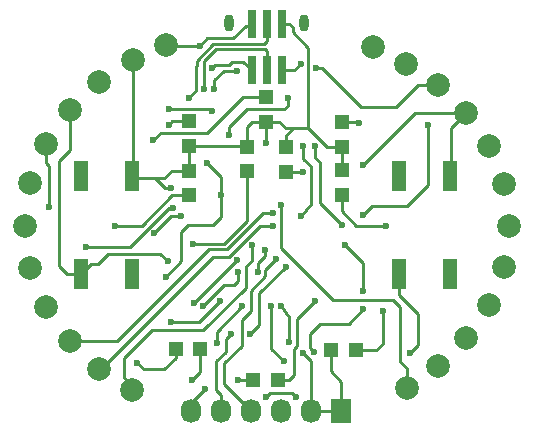
<source format=gtl>
G04 #@! TF.FileFunction,Copper,L1,Top,Signal*
%FSLAX46Y46*%
G04 Gerber Fmt 4.6, Leading zero omitted, Abs format (unit mm)*
G04 Created by KiCad (PCBNEW 4.0.4-stable) date Thursday, 03 '03e' November '03e' 2016, 09:15:18*
%MOMM*%
%LPD*%
G01*
G04 APERTURE LIST*
%ADD10C,0.100000*%
%ADD11R,1.270000X2.540000*%
%ADD12O,0.800000X1.450000*%
%ADD13R,1.727200X2.032000*%
%ADD14O,1.727200X2.032000*%
%ADD15C,2.000000*%
%ADD16R,1.198880X1.198880*%
%ADD17R,0.760000X2.400000*%
%ADD18C,0.600000*%
%ADD19C,0.250000*%
G04 APERTURE END LIST*
D10*
D11*
X140584000Y-125071000D03*
X136266000Y-125071000D03*
X136266000Y-133329000D03*
X140584000Y-133329000D03*
X109316000Y-133329000D03*
X113634000Y-133329000D03*
X113634000Y-125071000D03*
X109316000Y-125071000D03*
D12*
X121825000Y-112100000D03*
X128225000Y-112100000D03*
D13*
X131350000Y-144900000D03*
D14*
X128810000Y-144900000D03*
X126270000Y-144900000D03*
X123730000Y-144900000D03*
X121190000Y-144900000D03*
X118650000Y-144900000D03*
D15*
X108375000Y-119450000D03*
X106375000Y-122300000D03*
X105025000Y-125650000D03*
X104550000Y-129225000D03*
X105025000Y-132825000D03*
X106375000Y-136150000D03*
X108375000Y-139000000D03*
X110875000Y-141375000D03*
X141950000Y-119675000D03*
X143850000Y-122500000D03*
X134075000Y-114150000D03*
X136875000Y-115525000D03*
X139525000Y-117350000D03*
X145125000Y-125750000D03*
X145575000Y-129250000D03*
X145125000Y-132700000D03*
X143875000Y-135950000D03*
X141925000Y-138775000D03*
X113725000Y-115225000D03*
X116525000Y-113925000D03*
X113675000Y-143175000D03*
X136900000Y-142950000D03*
X139550000Y-141150000D03*
X110875000Y-117100000D03*
D16*
X123925980Y-142275000D03*
X126024020Y-142275000D03*
X119449020Y-139700000D03*
X117350980Y-139700000D03*
X130475980Y-139800000D03*
X132574020Y-139800000D03*
X123375000Y-122550980D03*
X123375000Y-124649020D03*
X131425000Y-124550980D03*
X131425000Y-126649020D03*
X126650000Y-122575980D03*
X126650000Y-124674020D03*
X118475000Y-122474020D03*
X118475000Y-120375980D03*
X124975000Y-120449020D03*
X124975000Y-118350980D03*
X118475000Y-124575980D03*
X118475000Y-126674020D03*
X131425000Y-122574020D03*
X131425000Y-120475980D03*
D17*
X123800000Y-112170000D03*
X125070000Y-112170000D03*
X126340000Y-112170000D03*
X123800000Y-116070000D03*
X125070000Y-116070000D03*
X126340000Y-116070000D03*
D18*
X128125000Y-139975000D03*
X137200000Y-140000000D03*
X125000000Y-122275000D03*
X118750000Y-142325000D03*
X122600000Y-142300000D03*
X126260000Y-136030000D03*
X126925000Y-139125000D03*
X124875000Y-131325000D03*
X124300000Y-133175000D03*
X116975000Y-126050000D03*
X112175000Y-129250000D03*
X115450000Y-122025000D03*
X119425000Y-114050000D03*
X125425000Y-136000000D03*
X126550000Y-140725000D03*
X126850000Y-118425000D03*
X121875000Y-121525000D03*
X120840000Y-139200000D03*
X123000000Y-136000000D03*
X121125000Y-135575000D03*
X116950000Y-137400000D03*
X116675000Y-132225000D03*
X106650000Y-127675000D03*
X125550000Y-128175000D03*
X125550000Y-129225000D03*
X133200000Y-124125000D03*
X127925000Y-128425000D03*
X128150000Y-122500000D03*
X129125000Y-122500000D03*
X131450000Y-129175000D03*
X129250000Y-115925000D03*
X127940000Y-115520000D03*
X131725000Y-130850000D03*
X129075000Y-139925000D03*
X133250000Y-136325000D03*
X133250000Y-134775000D03*
X138700000Y-120700000D03*
X133250000Y-128325000D03*
X127550000Y-143725000D03*
X125025000Y-143700000D03*
X119850000Y-143050000D03*
X123825000Y-130900000D03*
X126225000Y-127500000D03*
X125820000Y-132100000D03*
X122040000Y-138400000D03*
X123650000Y-138420000D03*
X126650000Y-132710000D03*
X122600000Y-133125000D03*
X119675000Y-136050000D03*
X118875000Y-135825000D03*
X122550000Y-132150000D03*
X118470000Y-118430000D03*
X115550000Y-129875000D03*
X117800000Y-128450000D03*
X120460000Y-115850000D03*
X117150000Y-127750000D03*
X109750000Y-131050000D03*
X119775000Y-117650000D03*
X120000000Y-123925000D03*
X116500000Y-133550000D03*
X121200000Y-126625000D03*
X120450000Y-119500000D03*
X120600000Y-117625000D03*
X122500000Y-116100000D03*
X116780000Y-119380000D03*
X132900000Y-120525000D03*
X135125000Y-129225000D03*
X118800000Y-130775000D03*
X114075000Y-140850000D03*
X116750000Y-120690000D03*
X134925000Y-136425000D03*
X128100000Y-124675000D03*
X129175000Y-135625000D03*
D19*
X128575000Y-115525000D02*
X128575000Y-114205000D01*
X126980000Y-112170000D02*
X126340000Y-112170000D01*
X127240000Y-112430000D02*
X126980000Y-112170000D01*
X127240000Y-112870000D02*
X127240000Y-112430000D01*
X128575000Y-114205000D02*
X127240000Y-112870000D01*
X126650000Y-122575980D02*
X126650000Y-121650000D01*
X126650000Y-121650000D02*
X127300000Y-121000000D01*
X128810000Y-140660000D02*
X128810000Y-144900000D01*
X128125000Y-139975000D02*
X128810000Y-140660000D01*
X136266000Y-133329000D02*
X136266000Y-135091000D01*
X136266000Y-135091000D02*
X137875000Y-136700000D01*
X137875000Y-136700000D02*
X137875000Y-139325000D01*
X137875000Y-139325000D02*
X137200000Y-140000000D01*
X128575000Y-121000000D02*
X128575000Y-115525000D01*
X118475000Y-122474020D02*
X123298040Y-122474020D01*
X123298040Y-122474020D02*
X123375000Y-122550980D01*
X124975000Y-120449020D02*
X125000000Y-122275000D01*
X119449020Y-139700000D02*
X119449020Y-141625980D01*
X119449020Y-141625980D02*
X118750000Y-142325000D01*
X123925980Y-142275000D02*
X122625000Y-142275000D01*
X122625000Y-142275000D02*
X122600000Y-142300000D01*
X126260000Y-136030000D02*
X126925000Y-136975000D01*
X126925000Y-136975000D02*
X126925000Y-139125000D01*
X124875000Y-131825000D02*
X124875000Y-131325000D01*
X124300000Y-132400000D02*
X124875000Y-131825000D01*
X124300000Y-133175000D02*
X124300000Y-132400000D01*
X116999020Y-124575980D02*
X118475000Y-124575980D01*
X128810000Y-144900000D02*
X131350000Y-144900000D01*
X130475980Y-139800000D02*
X130475980Y-141575980D01*
X131350000Y-142450000D02*
X131350000Y-144900000D01*
X130475980Y-141575980D02*
X131350000Y-142450000D01*
X131425000Y-122574020D02*
X130149020Y-122574020D01*
X128575000Y-121000000D02*
X127300000Y-121000000D01*
X127300000Y-121000000D02*
X126650000Y-121000000D01*
X130149020Y-122574020D02*
X128575000Y-121000000D01*
X123375000Y-122550980D02*
X123375000Y-120875000D01*
X123800980Y-120449020D02*
X124975000Y-120449020D01*
X123375000Y-120875000D02*
X123800980Y-120449020D01*
X126099020Y-120449020D02*
X124975000Y-120449020D01*
X126650000Y-121000000D02*
X126099020Y-120449020D01*
X131425000Y-122574020D02*
X131425000Y-124550980D01*
X118475000Y-122474020D02*
X118475000Y-124575980D01*
X116350000Y-125225000D02*
X116999020Y-124575980D01*
X113725000Y-115225000D02*
X113725000Y-125225000D01*
X115600000Y-125225000D02*
X115375000Y-125225000D01*
X116425000Y-126050000D02*
X115600000Y-125225000D01*
X116975000Y-126050000D02*
X116425000Y-126050000D01*
X113725000Y-125225000D02*
X115375000Y-125225000D01*
X115375000Y-125225000D02*
X116350000Y-125225000D01*
X118475000Y-126674020D02*
X117050980Y-126674020D01*
X114475000Y-129250000D02*
X112175000Y-129250000D01*
X117050980Y-126674020D02*
X114475000Y-129250000D01*
X124975000Y-118350980D02*
X123019020Y-118350980D01*
X116075000Y-121400000D02*
X115450000Y-122025000D01*
X119970000Y-121400000D02*
X116075000Y-121400000D01*
X123019020Y-118350980D02*
X119970000Y-121400000D01*
X119425000Y-114050000D02*
X119425000Y-113985000D01*
X123310000Y-112300000D02*
X123670000Y-112300000D01*
X122240000Y-113370000D02*
X123310000Y-112300000D01*
X120040000Y-113370000D02*
X122240000Y-113370000D01*
X119425000Y-113985000D02*
X120040000Y-113370000D01*
X123670000Y-112300000D02*
X123800000Y-112170000D01*
X126550000Y-140725000D02*
X126500000Y-140725000D01*
X125425000Y-139650000D02*
X125425000Y-136000000D01*
X126500000Y-140725000D02*
X125425000Y-139650000D01*
X121875000Y-121525000D02*
X121850000Y-121500000D01*
X121850000Y-121500000D02*
X121850000Y-120900000D01*
X121850000Y-120900000D02*
X123350000Y-119400000D01*
X123350000Y-119400000D02*
X126550000Y-119400000D01*
X126550000Y-119400000D02*
X126850000Y-119100000D01*
X126850000Y-119100000D02*
X126850000Y-118425000D01*
X119425000Y-114050000D02*
X116650000Y-114050000D01*
X116650000Y-114050000D02*
X116525000Y-113925000D01*
X120850000Y-138920000D02*
X120850000Y-138247126D01*
X120840000Y-138930000D02*
X120850000Y-138920000D01*
X120840000Y-139200000D02*
X120840000Y-138930000D01*
X120850000Y-138247126D02*
X122975000Y-136000000D01*
X122975000Y-136000000D02*
X123000000Y-136000000D01*
X121125000Y-135575000D02*
X119300000Y-137400000D01*
X119300000Y-137400000D02*
X116950000Y-137400000D01*
X109316000Y-133329000D02*
X108154000Y-133329000D01*
X108375000Y-122800000D02*
X108375000Y-119450000D01*
X107450000Y-123725000D02*
X108375000Y-122800000D01*
X107450000Y-132625000D02*
X107450000Y-123725000D01*
X108154000Y-133329000D02*
X107450000Y-132625000D01*
X111650000Y-131600000D02*
X110750000Y-132500000D01*
X116675000Y-132225000D02*
X116050000Y-131600000D01*
X116050000Y-131600000D02*
X111650000Y-131600000D01*
X110145000Y-132500000D02*
X109316000Y-133329000D01*
X110750000Y-132500000D02*
X110145000Y-132500000D01*
X107850000Y-119975000D02*
X108375000Y-119450000D01*
X106375000Y-123950000D02*
X106375000Y-122300000D01*
X106650000Y-124225000D02*
X106375000Y-123950000D01*
X106650000Y-127675000D02*
X106650000Y-124225000D01*
X125550000Y-128175000D02*
X124775000Y-128175000D01*
X108375000Y-139000000D02*
X112400000Y-139000000D01*
X121700000Y-131250000D02*
X124775000Y-128175000D01*
X120150000Y-131250000D02*
X121700000Y-131250000D01*
X112400000Y-139000000D02*
X120150000Y-131250000D01*
X110875000Y-141375000D02*
X111050000Y-141375000D01*
X111050000Y-141375000D02*
X120550000Y-131875000D01*
X120550000Y-131875000D02*
X121825000Y-131875000D01*
X121825000Y-131875000D02*
X124475000Y-129225000D01*
X124475000Y-129225000D02*
X125550000Y-129225000D01*
X140675000Y-125250000D02*
X140675000Y-120950000D01*
X140675000Y-120950000D02*
X141950000Y-119675000D01*
X137650000Y-119675000D02*
X141950000Y-119675000D01*
X133200000Y-124125000D02*
X137650000Y-119675000D01*
X128150000Y-122500000D02*
X128150000Y-123550000D01*
X128150000Y-123550000D02*
X128800000Y-124200000D01*
X128800000Y-127400000D02*
X127925000Y-128425000D01*
X128800000Y-124200000D02*
X128800000Y-127400000D01*
X129125000Y-122500000D02*
X129125000Y-123415000D01*
X129125000Y-123415000D02*
X129600000Y-123890000D01*
X129600000Y-123890000D02*
X129600000Y-127325000D01*
X129600000Y-127325000D02*
X131450000Y-129175000D01*
X126340000Y-116070000D02*
X127390000Y-116070000D01*
X133010000Y-119220000D02*
X135960000Y-119220000D01*
X135960000Y-119220000D02*
X137830000Y-117350000D01*
X137830000Y-117350000D02*
X139525000Y-117350000D01*
X129715000Y-115925000D02*
X133010000Y-119220000D01*
X129250000Y-115925000D02*
X129715000Y-115925000D01*
X127390000Y-116070000D02*
X127940000Y-115520000D01*
X128725000Y-139575000D02*
X129075000Y-139925000D01*
X128725000Y-138450000D02*
X128725000Y-139575000D01*
X129600000Y-137575000D02*
X128725000Y-138450000D01*
X132000000Y-137575000D02*
X129600000Y-137575000D01*
X133250000Y-136325000D02*
X132000000Y-137575000D01*
X133250000Y-132375000D02*
X133250000Y-134775000D01*
X133250000Y-132375000D02*
X131725000Y-130850000D01*
X133975000Y-127600000D02*
X136925000Y-127600000D01*
X136925000Y-127600000D02*
X138700000Y-125825000D01*
X138700000Y-125825000D02*
X138700000Y-120700000D01*
X133250000Y-128325000D02*
X133975000Y-127600000D01*
X127200000Y-143375000D02*
X127550000Y-143725000D01*
X125350000Y-143375000D02*
X127200000Y-143375000D01*
X125025000Y-143700000D02*
X125350000Y-143375000D01*
X118650000Y-144250000D02*
X119850000Y-143050000D01*
X118650000Y-144900000D02*
X118650000Y-144250000D01*
X113675000Y-143175000D02*
X113675000Y-142775000D01*
X113675000Y-142775000D02*
X112975000Y-142075000D01*
X112975000Y-140475000D02*
X115350000Y-138100000D01*
X112975000Y-142075000D02*
X112975000Y-140475000D01*
X119700000Y-138100000D02*
X115350000Y-138100000D01*
X123300000Y-134500000D02*
X119700000Y-138100000D01*
X123300000Y-132700000D02*
X123300000Y-134500000D01*
X123825000Y-132175000D02*
X123300000Y-132700000D01*
X123825000Y-130900000D02*
X123825000Y-132175000D01*
X136900000Y-142950000D02*
X136900000Y-141325000D01*
X130675000Y-135550000D02*
X126225000Y-131100000D01*
X135775000Y-135550000D02*
X130675000Y-135550000D01*
X136350000Y-136125000D02*
X135775000Y-135550000D01*
X136350000Y-140775000D02*
X136350000Y-136125000D01*
X136900000Y-141325000D02*
X136350000Y-140775000D01*
X126225000Y-131100000D02*
X126225000Y-127500000D01*
X121480000Y-141960000D02*
X121480000Y-140850000D01*
X122940000Y-137240000D02*
X123700000Y-136480000D01*
X122940000Y-139390000D02*
X122940000Y-137240000D01*
X121480000Y-140850000D02*
X122940000Y-139390000D01*
X123700000Y-134750000D02*
X123700000Y-136480000D01*
X124940000Y-133510000D02*
X123700000Y-134750000D01*
X124940000Y-132980000D02*
X124940000Y-133510000D01*
X125820000Y-132100000D02*
X124940000Y-132980000D01*
X121480000Y-142650000D02*
X123730000Y-144900000D01*
X121480000Y-141960000D02*
X121480000Y-142650000D01*
X121190000Y-143540000D02*
X121190000Y-144900000D01*
X120800000Y-143150000D02*
X121190000Y-143540000D01*
X120800000Y-140700000D02*
X120800000Y-143150000D01*
X121590000Y-139910000D02*
X120800000Y-140700000D01*
X121590000Y-138850000D02*
X121590000Y-139910000D01*
X122040000Y-138400000D02*
X121590000Y-138850000D01*
X124440000Y-137630000D02*
X123650000Y-138420000D01*
X124440000Y-134920000D02*
X124440000Y-137630000D01*
X126650000Y-132710000D02*
X124440000Y-134920000D01*
X121190000Y-144900000D02*
X121190000Y-144640000D01*
X122600000Y-133950000D02*
X122600000Y-133125000D01*
X122275000Y-134275000D02*
X122600000Y-133950000D01*
X121450000Y-134275000D02*
X122275000Y-134275000D01*
X119675000Y-136050000D02*
X121450000Y-134275000D01*
X118875000Y-135825000D02*
X122550000Y-132150000D01*
X118470000Y-118430000D02*
X119110000Y-117790000D01*
X119110000Y-117790000D02*
X119110000Y-115740000D01*
X119110000Y-115740000D02*
X119130000Y-115720000D01*
X119130000Y-115720000D02*
X119130000Y-115260000D01*
X119130000Y-115260000D02*
X120520002Y-113869998D01*
X120520002Y-113869998D02*
X124800002Y-113869998D01*
X124800002Y-113869998D02*
X125070000Y-113600000D01*
X125070000Y-113600000D02*
X125070000Y-112170000D01*
X119110000Y-115740000D02*
X119110000Y-117790000D01*
X115550000Y-129875000D02*
X116975000Y-128450000D01*
X116975000Y-128450000D02*
X117800000Y-128450000D01*
X123080000Y-115350000D02*
X123800000Y-116070000D01*
X122120000Y-115350000D02*
X123080000Y-115350000D01*
X121830000Y-115640000D02*
X122120000Y-115350000D01*
X120670000Y-115640000D02*
X121830000Y-115640000D01*
X120460000Y-115850000D02*
X120670000Y-115640000D01*
X117150000Y-127750000D02*
X117144301Y-127755699D01*
X117144301Y-127755699D02*
X116769301Y-127755699D01*
X116769301Y-127755699D02*
X113475000Y-131050000D01*
X113475000Y-131050000D02*
X109750000Y-131050000D01*
X119775000Y-117650000D02*
X119775000Y-115325000D01*
X125070000Y-114480000D02*
X125070000Y-116070000D01*
X124910000Y-114320000D02*
X125070000Y-114480000D01*
X120780000Y-114320000D02*
X124910000Y-114320000D01*
X119775000Y-115325000D02*
X120780000Y-114320000D01*
X121200000Y-125125000D02*
X120000000Y-123925000D01*
X121200000Y-125125000D02*
X121200000Y-126625000D01*
X117800000Y-129775000D02*
X118425000Y-129150000D01*
X118425000Y-129150000D02*
X120525000Y-129150000D01*
X120525000Y-129150000D02*
X121200000Y-128475000D01*
X121200000Y-128475000D02*
X121200000Y-126625000D01*
X117800000Y-132250000D02*
X117800000Y-129775000D01*
X116500000Y-133550000D02*
X117800000Y-132250000D01*
X116780000Y-119380000D02*
X117210000Y-119380000D01*
X117210000Y-119380000D02*
X117230000Y-119360000D01*
X117230000Y-119360000D02*
X120310000Y-119360000D01*
X120450000Y-119500000D02*
X120310000Y-119360000D01*
X120600000Y-116900000D02*
X120600000Y-117625000D01*
X121400000Y-116100000D02*
X120600000Y-116900000D01*
X122500000Y-116100000D02*
X121400000Y-116100000D01*
X132850980Y-120475980D02*
X131425000Y-120475980D01*
X132900000Y-120525000D02*
X132850980Y-120475980D01*
X131425000Y-126649020D02*
X131425000Y-128000000D01*
X132650000Y-129225000D02*
X135125000Y-129225000D01*
X131425000Y-128000000D02*
X132650000Y-129225000D01*
X123375000Y-124649020D02*
X123375000Y-128800000D01*
X121400000Y-130775000D02*
X118800000Y-130775000D01*
X123375000Y-128800000D02*
X121400000Y-130775000D01*
X117350980Y-139700000D02*
X117350980Y-140449020D01*
X114625000Y-141400000D02*
X114075000Y-140850000D01*
X116400000Y-141400000D02*
X114625000Y-141400000D01*
X117350980Y-140449020D02*
X116400000Y-141400000D01*
X117049020Y-120375980D02*
X118475000Y-120375980D01*
X116750000Y-120675000D02*
X117049020Y-120375980D01*
X116750000Y-120690000D02*
X116750000Y-120675000D01*
X132574020Y-139800000D02*
X134350000Y-139800000D01*
X134925000Y-139225000D02*
X134925000Y-136425000D01*
X134350000Y-139800000D02*
X134925000Y-139225000D01*
X128099020Y-124674020D02*
X126650000Y-124674020D01*
X128100000Y-124675000D02*
X128099020Y-124674020D01*
X126024020Y-142275000D02*
X126975000Y-142275000D01*
X127625000Y-137175000D02*
X129175000Y-135625000D01*
X127625000Y-139425000D02*
X127625000Y-137175000D01*
X127375000Y-139675000D02*
X127625000Y-139425000D01*
X127375000Y-141875000D02*
X127375000Y-139675000D01*
X126975000Y-142275000D02*
X127375000Y-141875000D01*
M02*

</source>
